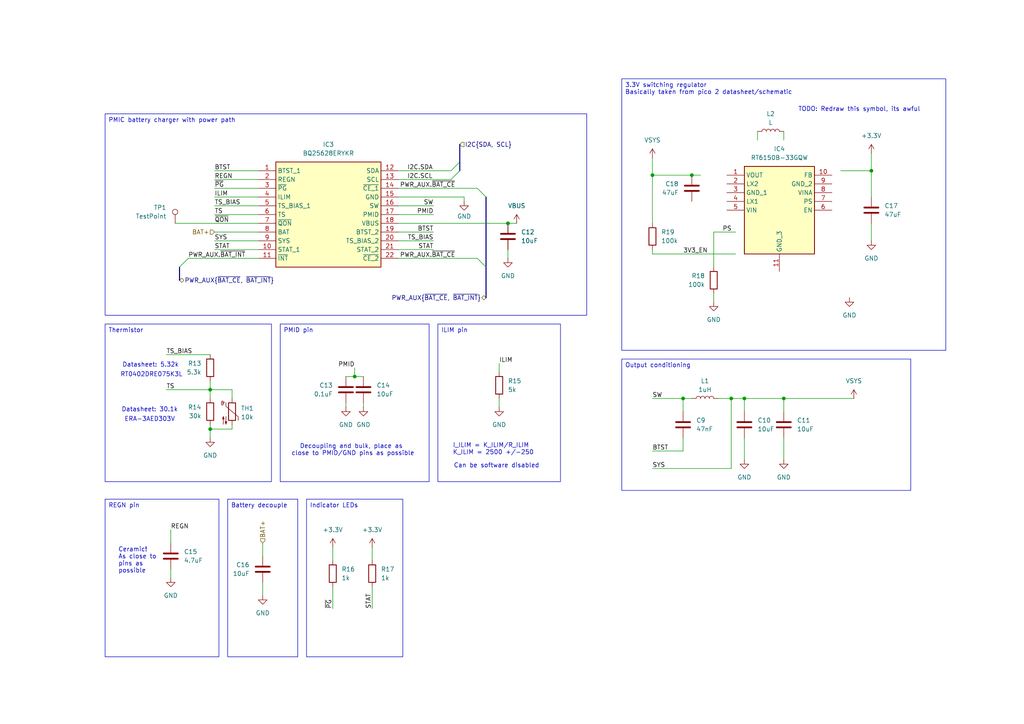
<source format=kicad_sch>
(kicad_sch (version 20231120) (generator "eeschema") (generator_version "8.0")
  (paper "A4")
  (lib_symbols
    (symbol "Connector:TestPoint" (pin_numbers hide) (pin_names (offset 0.762) hide)
      (property "Reference" "TP" (at 0 6.858 0))
      (property "Value" "TestPoint" (at 0 5.08 0))
      (symbol "TestPoint_0_1"
        (circle (center 0 3.302) (radius 0.762))
      )
      (symbol "TestPoint_1_1"
        (pin passive line (at 0 0 90) (length 2.54) (name "1") (number "1"))
      )
    )
    (symbol "Device:C" (pin_numbers hide) (pin_names (offset 0.254))
      (property "Reference" "C" (at 0.635 2.54 0))
      (property "Value" "C" (at 0.635 -2.54 0))
      (symbol "C_0_1"
        (polyline (pts (xy -2.032 -0.762) (xy 2.032 -0.762)) (stroke (width 0.508)))
        (polyline (pts (xy -2.032 0.762) (xy 2.032 0.762)) (stroke (width 0.508)))
      )
      (symbol "C_1_1"
        (pin passive line (at 0 3.81 270) (length 2.794) (name "~") (number "1"))
        (pin passive line (at 0 -3.81 90) (length 2.794) (name "~") (number "2"))
      )
    )
    (symbol "Device:L" (pin_numbers hide) (pin_names (offset 1.016) hide)
      (property "Reference" "L" (at -1.27 0 90))
      (property "Value" "L" (at 1.905 0 90))
      (symbol "L_0_1"
        (arc (start 0 -2.54) (mid 0.6323 -1.905) (end 0 -1.27))
        (arc (start 0 -1.27) (mid 0.6323 -0.635) (end 0 0))
        (arc (start 0 0) (mid 0.6323 0.635) (end 0 1.27))
        (arc (start 0 1.27) (mid 0.6323 1.905) (end 0 2.54))
      )
      (symbol "L_1_1"
        (pin passive line (at 0 3.81 270) (length 1.27) (name "1") (number "1"))
        (pin passive line (at 0 -3.81 90) (length 1.27) (name "2") (number "2"))
      )
    )
    (symbol "Device:R" (pin_numbers hide) (pin_names (offset 0))
      (property "Reference" "R" (at 2.032 0 90))
      (property "Value" "R" (at 0 0 90))
      (symbol "R_0_1"
        (rectangle (start -1.016 -2.54) (end 1.016 2.54) (stroke (width 0.254)))
      )
      (symbol "R_1_1"
        (pin passive line (at 0 3.81 270) (length 1.27) (name "~") (number "1"))
        (pin passive line (at 0 -3.81 90) (length 1.27) (name "~") (number "2"))
      )
    )
    (symbol "Device:Thermistor_NTC" (pin_numbers hide) (pin_names (offset 0))
      (property "Reference" "TH" (at -4.445 0 90))
      (property "Value" "Thermistor_NTC" (at 3.175 0 90))
      (symbol "Thermistor_NTC_0_1"
        (arc (start -3.048 2.159) (mid -3.0495 2.3143) (end -3.175 2.413))
        (arc (start -3.048 2.159) (mid -2.9736 1.9794) (end -2.794 1.905))
        (arc (start -3.048 2.794) (mid -2.9736 2.6144) (end -2.794 2.54))
        (arc (start -2.794 1.905) (mid -2.6144 1.9794) (end -2.54 2.159))
        (arc (start -2.794 2.54) (mid -2.4393 2.5587) (end -2.159 2.794))
        (arc (start -2.794 3.048) (mid -2.9736 2.9736) (end -3.048 2.794))
        (arc (start -2.54 2.794) (mid -2.6144 2.9736) (end -2.794 3.048))
        (rectangle (start -1.016 2.54) (end 1.016 -2.54) (stroke (width 0.254)))
        (polyline (pts (xy -2.54 2.159) (xy -2.54 2.794)))
        (polyline (pts (xy -1.778 2.54) (xy -1.778 1.524) (xy 1.778 -1.524) (xy 1.778 -2.54)))
        (polyline (pts (xy -2.54 -3.683) (xy -2.54 -1.397) (xy -2.794 -2.159) (xy -2.286 -2.159) (xy -2.54 -1.397) (xy -2.54 -1.651)) (fill (type outline)))
        (polyline (pts (xy -1.778 -1.397) (xy -1.778 -3.683) (xy -2.032 -2.921) (xy -1.524 -2.921) (xy -1.778 -3.683) (xy -1.778 -3.429)) (fill (type outline)))
      )
      (symbol "Thermistor_NTC_1_1"
        (pin passive line (at 0 3.81 270) (length 1.27) (name "~") (number "1"))
        (pin passive line (at 0 -3.81 90) (length 1.27) (name "~") (number "2"))
      )
    )
    (symbol "SamacSys_Parts:BQ25628ERYKR"
      (property "Reference" "IC" (at 36.83 7.62 0))
      (property "Value" "BQ25628ERYKR" (at 36.83 5.08 0))
      (symbol "BQ25628ERYKR_1_1"
        (rectangle (start 5.08 2.54) (end 35.56 -27.94) (stroke (width 0.254)) (fill (type background)))
        (pin passive line (at 0 0 0) (length 5.08) (name "BTST_1") (number "1"))
        (pin passive line (at 0 -22.86 0) (length 5.08) (name "STAT_1") (number "10"))
        (pin passive line (at 0 -25.4 0) (length 5.08) (name "~{INT}") (number "11"))
        (pin passive line (at 40.64 0 180) (length 5.08) (name "SDA") (number "12"))
        (pin passive line (at 40.64 -2.54 180) (length 5.08) (name "SCL") (number "13"))
        (pin passive line (at 40.64 -5.08 180) (length 5.08) (name "~{CE_1}") (number "14"))
        (pin passive line (at 40.64 -7.62 180) (length 5.08) (name "GND") (number "15"))
        (pin passive line (at 40.64 -10.16 180) (length 5.08) (name "SW") (number "16"))
        (pin passive line (at 40.64 -12.7 180) (length 5.08) (name "PMID") (number "17"))
        (pin passive line (at 40.64 -15.24 180) (length 5.08) (name "VBUS") (number "18"))
        (pin passive line (at 40.64 -17.78 180) (length 5.08) (name "BTST_2") (number "19"))
        (pin passive line (at 0 -2.54 0) (length 5.08) (name "REGN") (number "2"))
        (pin passive line (at 40.64 -20.32 180) (length 5.08) (name "TS_BIAS_2") (number "20"))
        (pin passive line (at 40.64 -22.86 180) (length 5.08) (name "STAT_2") (number "21"))
        (pin passive line (at 40.64 -25.4 180) (length 5.08) (name "~{CE_2}") (number "22"))
        (pin passive line (at 0 -5.08 0) (length 5.08) (name "~{PG}") (number "3"))
        (pin passive line (at 0 -7.62 0) (length 5.08) (name "ILIM") (number "4"))
        (pin passive line (at 0 -10.16 0) (length 5.08) (name "TS_BIAS_1") (number "5"))
        (pin passive line (at 0 -12.7 0) (length 5.08) (name "TS") (number "6"))
        (pin passive line (at 0 -15.24 0) (length 5.08) (name "~{QON}") (number "7"))
        (pin passive line (at 0 -17.78 0) (length 5.08) (name "BAT") (number "8"))
        (pin passive line (at 0 -20.32 0) (length 5.08) (name "SYS") (number "9"))
      )
    )
    (symbol "SamacSys_Parts:RT6150B-33GQW"
      (property "Reference" "IC" (at 26.67 7.62 0))
      (property "Value" "RT6150B-33GQW" (at 26.67 5.08 0))
      (symbol "RT6150B-33GQW_1_1"
        (rectangle (start 5.08 2.54) (end 25.4 -22.86) (stroke (width 0.254)) (fill (type background)))
        (pin passive line (at 0 0 0) (length 5.08) (name "VOUT") (number "1"))
        (pin passive line (at 30.48 0 180) (length 5.08) (name "FB") (number "10"))
        (pin passive line (at 15.24 -27.94 90) (length 5.08) (name "GND_3") (number "11"))
        (pin passive line (at 0 -2.54 0) (length 5.08) (name "LX2") (number "2"))
        (pin passive line (at 0 -5.08 0) (length 5.08) (name "GND_1") (number "3"))
        (pin passive line (at 0 -7.62 0) (length 5.08) (name "LX1") (number "4"))
        (pin passive line (at 0 -10.16 0) (length 5.08) (name "VIN") (number "5"))
        (pin passive line (at 30.48 -10.16 180) (length 5.08) (name "EN") (number "6"))
        (pin passive line (at 30.48 -7.62 180) (length 5.08) (name "PS") (number "7"))
        (pin passive line (at 30.48 -5.08 180) (length 5.08) (name "VINA") (number "8"))
        (pin passive line (at 30.48 -2.54 180) (length 5.08) (name "GND_2") (number "9"))
      )
    )
    (symbol "power:+3.3V" (power) (pin_numbers hide) (pin_names (offset 0) hide)
      (property "Value" "+3.3V" (at 0 3.556 0))
      (symbol "+3.3V_0_1"
        (polyline (pts (xy -0.762 1.27) (xy 0 2.54)))
        (polyline (pts (xy 0 0) (xy 0 2.54)))
        (polyline (pts (xy 0 2.54) (xy 0.762 1.27)))
      )
      (symbol "+3.3V_1_1"
        (pin power_in line (at 0 0 90) (length 0) (name "~") (number "1"))
      )
    )
    (symbol "power:GND" (power) (pin_numbers hide) (pin_names (offset 0) hide)
      (property "Value" "GND" (at 0 -3.81 0))
      (symbol "GND_0_1"
        (polyline (pts (xy 0 0) (xy 0 -1.27) (xy 1.27 -1.27) (xy 0 -2.54) (xy -1.27 -1.27) (xy 0 -1.27)))
      )
      (symbol "GND_1_1"
        (pin power_in line (at 0 0 270) (length 0) (name "~") (number "1"))
      )
    )
    (symbol "power:VBUS" (power) (pin_numbers hide) (pin_names (offset 0) hide)
      (property "Value" "VBUS" (at 0 3.556 0))
      (symbol "VBUS_0_1"
        (polyline (pts (xy -0.762 1.27) (xy 0 2.54)))
        (polyline (pts (xy 0 0) (xy 0 2.54)))
        (polyline (pts (xy 0 2.54) (xy 0.762 1.27)))
      )
      (symbol "VBUS_1_1"
        (pin power_in line (at 0 0 90) (length 0) (name "~") (number "1"))
      )
    )
  )
  (junction (at 212.09 115.57))
  (junction (at 252.73 49.53))
  (junction (at 147.32 64.77))
  (junction (at 60.96 124.46))
  (junction (at 227.33 115.57))
  (junction (at 102.87 109.22))
  (junction (at 189.23 50.8))
  (junction (at 200.66 50.8))
  (junction (at 60.96 113.03))
  (junction (at 198.12 115.57))
  (junction (at 215.9 115.57))
  (bus_entry (at 52.07 77.47) (size 2.54 -2.54))
  (bus_entry (at 130.81 52.07) (size 2.54 -2.54))
  (bus_entry (at 138.43 74.93) (size 2.54 2.54))
  (bus_entry (at 130.81 49.53) (size 2.54 -2.54))
  (bus_entry (at 138.43 54.61) (size 2.54 2.54))
  (bus (pts (xy 140.97 77.47) (xy 140.97 86.36)))
  (wire (pts (xy 60.96 110.49) (xy 60.96 113.03)))
  (wire (pts (xy 62.23 72.39) (xy 74.93 72.39)))
  (wire (pts (xy 115.57 52.07) (xy 130.81 52.07)))
  (wire (pts (xy 62.23 52.07) (xy 74.93 52.07)))
  (wire (pts (xy 67.31 124.46) (xy 60.96 124.46)))
  (wire (pts (xy 115.57 64.77) (xy 147.32 64.77)))
  (wire (pts (xy 189.23 50.8) (xy 200.66 50.8)))
  (wire (pts (xy 100.33 116.84) (xy 100.33 118.11)))
  (wire (pts (xy 215.9 127) (xy 215.9 133.35)))
  (wire (pts (xy 198.12 130.81) (xy 198.12 127)))
  (wire (pts (xy 212.09 115.57) (xy 215.9 115.57)))
  (wire (pts (xy 48.26 102.87) (xy 60.96 102.87)))
  (wire (pts (xy 100.33 109.22) (xy 102.87 109.22)))
  (wire (pts (xy 189.23 45.72) (xy 189.23 50.8)))
  (wire (pts (xy 115.57 49.53) (xy 130.81 49.53)))
  (wire (pts (xy 252.73 44.45) (xy 252.73 49.53)))
  (wire (pts (xy 49.53 153.67) (xy 49.53 157.48)))
  (wire (pts (xy 62.23 62.23) (xy 74.93 62.23)))
  (wire (pts (xy 49.53 165.1) (xy 49.53 167.64)))
  (wire (pts (xy 50.8 64.77) (xy 74.93 64.77)))
  (wire (pts (xy 144.78 105.41) (xy 144.78 107.95)))
  (wire (pts (xy 115.57 74.93) (xy 138.43 74.93)))
  (bus (pts (xy 52.07 77.47) (xy 52.07 81.28)))
  (wire (pts (xy 115.57 54.61) (xy 138.43 54.61)))
  (wire (pts (xy 252.73 64.77) (xy 252.73 69.85)))
  (wire (pts (xy 227.33 115.57) (xy 247.65 115.57)))
  (wire (pts (xy 144.78 115.57) (xy 144.78 118.11)))
  (wire (pts (xy 76.2 168.91) (xy 76.2 172.72)))
  (wire (pts (xy 105.41 116.84) (xy 105.41 118.11)))
  (wire (pts (xy 147.32 64.77) (xy 149.86 64.77)))
  (wire (pts (xy 208.28 115.57) (xy 212.09 115.57)))
  (wire (pts (xy 227.33 115.57) (xy 227.33 119.38)))
  (wire (pts (xy 198.12 115.57) (xy 200.66 115.57)))
  (wire (pts (xy 62.23 59.69) (xy 74.93 59.69)))
  (wire (pts (xy 115.57 67.31) (xy 125.73 67.31)))
  (wire (pts (xy 227.33 38.1) (xy 227.33 40.64)))
  (wire (pts (xy 48.26 113.03) (xy 60.96 113.03)))
  (wire (pts (xy 189.23 130.81) (xy 198.12 130.81)))
  (wire (pts (xy 60.96 124.46) (xy 60.96 127)))
  (wire (pts (xy 96.52 158.75) (xy 96.52 162.56)))
  (wire (pts (xy 215.9 115.57) (xy 215.9 119.38)))
  (wire (pts (xy 115.57 69.85) (xy 125.73 69.85)))
  (wire (pts (xy 189.23 73.66) (xy 213.36 73.66)))
  (wire (pts (xy 62.23 49.53) (xy 74.93 49.53)))
  (bus (pts (xy 133.35 49.53) (xy 133.35 46.99)))
  (wire (pts (xy 76.2 157.48) (xy 76.2 161.29)))
  (wire (pts (xy 200.66 50.8) (xy 203.2 50.8)))
  (wire (pts (xy 243.84 49.53) (xy 252.73 49.53)))
  (wire (pts (xy 198.12 115.57) (xy 198.12 119.38)))
  (wire (pts (xy 227.33 127) (xy 227.33 133.35)))
  (wire (pts (xy 215.9 115.57) (xy 227.33 115.57)))
  (wire (pts (xy 115.57 59.69) (xy 125.73 59.69)))
  (wire (pts (xy 102.87 109.22) (xy 105.41 109.22)))
  (wire (pts (xy 115.57 72.39) (xy 125.73 72.39)))
  (wire (pts (xy 115.57 62.23) (xy 125.73 62.23)))
  (wire (pts (xy 147.32 72.39) (xy 147.32 74.93)))
  (wire (pts (xy 207.01 67.31) (xy 213.36 67.31)))
  (wire (pts (xy 189.23 115.57) (xy 198.12 115.57)))
  (wire (pts (xy 107.95 170.18) (xy 107.95 176.53)))
  (bus (pts (xy 133.35 46.99) (xy 133.35 41.91)))
  (wire (pts (xy 62.23 54.61) (xy 74.93 54.61)))
  (wire (pts (xy 115.57 57.15) (xy 134.62 57.15)))
  (wire (pts (xy 60.96 113.03) (xy 60.96 115.57)))
  (wire (pts (xy 107.95 158.75) (xy 107.95 162.56)))
  (wire (pts (xy 134.62 57.15) (xy 134.62 58.42)))
  (wire (pts (xy 60.96 123.19) (xy 60.96 124.46)))
  (wire (pts (xy 207.01 77.47) (xy 207.01 67.31)))
  (wire (pts (xy 189.23 135.89) (xy 212.09 135.89)))
  (bus (pts (xy 140.97 57.15) (xy 140.97 77.47)))
  (wire (pts (xy 189.23 72.39) (xy 189.23 73.66)))
  (wire (pts (xy 62.23 57.15) (xy 74.93 57.15)))
  (wire (pts (xy 67.31 113.03) (xy 67.31 115.57)))
  (wire (pts (xy 96.52 170.18) (xy 96.52 176.53)))
  (wire (pts (xy 62.23 69.85) (xy 74.93 69.85)))
  (wire (pts (xy 60.96 113.03) (xy 67.31 113.03)))
  (wire (pts (xy 102.87 106.68) (xy 102.87 109.22)))
  (wire (pts (xy 62.23 67.31) (xy 74.93 67.31)))
  (wire (pts (xy 54.61 74.93) (xy 74.93 74.93)))
  (wire (pts (xy 252.73 57.15) (xy 252.73 49.53)))
  (wire (pts (xy 67.31 123.19) (xy 67.31 124.46)))
  (wire (pts (xy 212.09 135.89) (xy 212.09 115.57)))
  (wire (pts (xy 219.71 38.1) (xy 219.71 40.64)))
  (wire (pts (xy 189.23 50.8) (xy 189.23 64.77)))
  (wire (pts (xy 207.01 85.09) (xy 207.01 87.63)))
  (text_box "Output conditioning" (at 180.34 104.14 0) (size 83.82 38.1) (effects (font (size 1.27 1.27)) (justify left top)))
  (text_box "REGN pin" (at 30.48 144.78 0) (size 33.02 45.72) (effects (font (size 1.27 1.27)) (justify left top)))
  (text_box "PMIC battery charger with power path" (at 30.48 33.02 0) (size 139.7 58.42) (effects (font (size 1.27 1.27)) (justify left top)))
  (text_box "Battery decouple" (at 66.04 144.78 0) (size 20.32 45.72) (effects (font (size 1.27 1.27)) (justify left top)))
  (text_box "PMID pin" (at 81.28 93.98 0) (size 43.18 45.72) (effects (font (size 1.27 1.27)) (justify left top)))
  (text_box "3.3V switching regulator\nBasically taken from pico 2 datasheet/schematic" (at 180.34 22.86 0) (size 93.98 78.74) (effects (font (size 1.27 1.27)) (justify left top)))
  (text_box "ILIM pin" (at 127 93.98 0) (size 35.56 45.72) (effects (font (size 1.27 1.27)) (justify left top)))
  (text_box "Indicator LEDs" (at 88.9 144.78 0) (size 27.94 45.72) (effects (font (size 1.27 1.27)) (justify left top)))
  (text_box "Thermistor" (at 30.48 93.98 0) (size 48.26 45.72) (effects (font (size 1.27 1.27)) (justify left top)))
  (text "TODO: Redraw this symbol, its awful" (at 266.954 31.75 0) (effects (font (size 1.27 1.27)) (justify right)))
  (text "Datasheet: 30.1k" (at 43.434 118.872 0) (effects (font (size 1.27 1.27))))
  (text "ERA-3AED303V" (at 43.434 121.666 0) (effects (font (size 1.27 1.27))))
  (text "I_ILIM = K_ILIM/R_ILIM\nK_ILIM = 2500 +/-250 " (at 131.318 130.302 0) (effects (font (size 1.27 1.27)) (justify left)))
  (text "Datasheet: 5.32k" (at 43.688 105.918 0) (effects (font (size 1.27 1.27))))
  (text "Can be software disabled" (at 144.018 135.128 0) (effects (font (size 1.27 1.27))))
  (text "Ceramic!\nAs close to \npins as \npossible" (at 34.29 166.37 0) (effects (font (size 1.27 1.27)) (justify left bottom)))
  (text "RT0402DRE075K3L" (at 43.942 108.712 0) (effects (font (size 1.27 1.27))))
  (text "Decoupling and bulk, place as \nclose to PMID/GND pins as possible" (at 102.362 130.556 0) (effects (font (size 1.27 1.27))))
  (label "SYS" (at 189.23 135.89 0))
  (label "BTST" (at 62.23 49.53 0))
  (label "I2C.SDA" (at 118.11 49.53 0))
  (label "SW" (at 189.23 115.57 0))
  (label "ILIM" (at 62.23 57.15 0))
  (label "ILIM" (at 144.78 105.41 0))
  (label "BTST" (at 189.23 130.81 0))
  (label "3V3_EN" (at 198.12 73.66 0))
  (label "STAT" (at 107.95 176.53 90))
  (label "~{PG}" (at 96.52 176.53 90))
  (label "PMID" (at 102.87 106.68 180))
  (label "STAT" (at 62.23 72.39 0))
  (label "PS" (at 209.55 67.31 0))
  (label "PWR_AUX.~{BAT_INT}" (at 54.61 74.93 0))
  (label "~{QON}" (at 62.23 64.77 0))
  (label "TS_BIAS" (at 62.23 59.69 0))
  (label "TS_BIAS" (at 48.26 102.87 0))
  (label "PMID" (at 125.73 62.23 180))
  (label "SYS" (at 62.23 69.85 0))
  (label "PWR_AUX.~{BAT_CE}" (at 132.08 54.61 180))
  (label "~{PG}" (at 62.23 54.61 0))
  (label "REGN" (at 62.23 52.07 0))
  (label "REGN" (at 49.53 153.67 0))
  (label "TS" (at 62.23 62.23 0))
  (label "BTST" (at 125.73 67.31 180))
  (label "TS" (at 48.26 113.03 0))
  (label "STAT" (at 125.73 72.39 180))
  (label "I2C.SCL" (at 118.11 52.07 0))
  (label "PWR_AUX.~{BAT_CE}" (at 132.08 74.93 180))
  (label "SW" (at 125.73 59.69 180))
  (label "TS_BIAS" (at 125.73 69.85 180))
  (hierarchical_label "PWR_AUX{~{BAT_CE}, ~{BAT_INT}}" (shape bidirectional) (at 52.07 81.28 0))
  (hierarchical_label "I2C{SDA, SCL}" (shape input) (at 133.35 41.91 0))
  (hierarchical_label "BAT+" (shape input) (at 62.23 67.31 180))
  (hierarchical_label "BAT+" (shape input) (at 76.2 157.48 90))
  (hierarchical_label "PWR_AUX{~{BAT_CE}, ~{BAT_INT}}" (shape bidirectional) (at 140.97 86.36 180))
  (symbol (lib_id "Device:R") (at 60.96 119.38 0) (mirror y) (unit 1)
    (property "Reference" "R14" (at 58.42 118.1099 0) (effects (justify left)))
    (property "Value" "30k" (at 58.42 120.6499 0) (effects (justify left)))
    (property "Footprint" "Resistor_SMD:R_0603_1608Metric" (effects (hide yes)))
    (property "Description" "Resistor" (effects (hide yes)))
  )
  (symbol (lib_id "power:GND") (at 246.38 86.36 0) (unit 1)
    (property "Reference" "#PWR043" (effects (hide yes)))
    (property "Value" "GND" (at 246.38 91.44 0))
    (property "Description" "Power symbol creates a global label with name \"GND\" , ground" (effects (hide yes)))
  )
  (symbol (lib_id "Device:L") (at 223.52 38.1 90) (unit 1)
    (property "Reference" "L2" (at 223.52 33.02 90))
    (property "Value" "L" (at 223.52 35.56 90))
    (property "Description" "Inductor" (effects (hide yes)))
  )
  (symbol (lib_id "Device:C") (at 200.66 54.61 0) (mirror y) (unit 1)
    (property "Reference" "C18" (at 196.85 53.3399 0) (effects (justify left)))
    (property "Value" "47uF" (at 196.85 55.8799 0) (effects (justify left)))
    (property "Description" "Unpolarized capacitor" (effects (hide yes)))
    (property "Tolerance" "20%" (effects (hide yes)))
    (property "Material" "X5R" (effects (hide yes)))
  )
  (symbol (lib_id "Connector:TestPoint") (at 50.8 64.77 0) (unit 1)
    (property "Reference" "TP1" (at 48.26 60.1979 0) (effects (justify right)))
    (property "Value" "TestPoint" (at 48.26 62.7379 0) (effects (justify right)))
    (property "Description" "test point" (effects (hide yes)))
  )
  (symbol (lib_id "Device:C") (at 252.73 60.96 0) (unit 1)
    (property "Reference" "C17" (at 256.54 59.6899 0) (effects (justify left)))
    (property "Value" "47uF" (at 256.54 62.2299 0) (effects (justify left)))
    (property "Description" "Unpolarized capacitor" (effects (hide yes)))
    (property "Tolerance" "20%" (effects (hide yes)))
    (property "Material" "X5R" (effects (hide yes)))
  )
  (symbol (lib_id "Device:R") (at 107.95 166.37 0) (mirror y) (unit 1)
    (property "Reference" "R17" (at 110.49 165.0999 0) (effects (justify right)))
    (property "Value" "1k" (at 110.49 167.6399 0) (effects (justify right)))
    (property "Description" "Resistor" (effects (hide yes)))
  )
  (symbol (lib_id "Device:C") (at 49.53 161.29 0) (unit 1)
    (property "Reference" "C15" (at 53.34 160.02 0) (effects (justify left)))
    (property "Value" "4.7uF" (at 53.34 162.56 0) (effects (justify left)))
    (property "Footprint" "Capacitor_SMD:C_0603_1608Metric" (effects (hide yes)))
  )
  (symbol (lib_id "SamacSys_Parts:RT6150B-33GQW") (at 210.82 50.8 0) (unit 1)
    (property "Reference" "IC4" (at 226.06 43.18 0))
    (property "Value" "RT6150B-33GQW" (at 226.06 45.72 0))
    (property "Footprint" "SON50P250X250X80-11N-D" (effects (hide yes)))
    (property "Datasheet" "https://datasheet.octopart.com/RT6150B-33GQW-Richtek-datasheet-82510503.pdf" (effects (hide yes)))
    (property "Description" "IC REG BCK BST 3.3V 800MA 10WDFN" (effects (hide yes)))
    (property "Height" "0.8" (effects (hide yes)))
    (property "Mouser Part Number" "835-RT6150B-33GQW" (effects (hide yes)))
    (property "Mouser Price/Stock" "https://www.mouser.co.uk/ProductDetail/Richtek/RT6150B-33GQW?qs=amGC7iS6iy8r3kS79wnzgg%3D%3D" (effects (hide yes)))
    (property "Manufacturer_Name" "RICHTEK" (effects (hide yes)))
    (property "Manufacturer_Part_Number" "RT6150B-33GQW" (effects (hide yes)))
  )
  (symbol (lib_id "SamacSys_Parts:BQ25628ERYKR") (at 74.93 49.53 0) (unit 1)
    (property "Reference" "IC3" (at 95.25 41.91 0))
    (property "Value" "BQ25628ERYKR" (at 95.25 44.45 0))
    (property "Footprint" "BQ25628ERYKR" (effects (hide yes)))
    (property "Datasheet" "https://www.ti.com/lit/gpn/bq25628e" (effects (hide yes)))
    (property "Description" "Battery Management IC controlled single-cell 2-A buck battery charger with up to 18-V input and ADC" (effects (hide yes)))
    (property "Height" "0.8" (effects (hide yes)))
    (property "Mouser Part Number" "595-BQ25628ERYKR" (effects (hide yes)))
    (property "Mouser Price/Stock" "https://www.mouser.co.uk/ProductDetail/Texas-Instruments/BQ25628ERYKR?qs=1Kr7Jg1SGW98W%252BeGFQ305w%3D%3D" (effects (hide yes)))
    (property "Manufacturer_Name" "Texas Instruments" (effects (hide yes)))
    (property "Manufacturer_Part_Number" "BQ25628ERYKR" (effects (hide yes)))
  )
  (symbol (lib_id "power:GND") (at 76.2 172.72 0) (unit 1)
    (property "Reference" "#PWR039" (effects (hide yes)))
    (property "Value" "GND" (at 76.2 177.8 0))
  )
  (symbol (lib_id "power:+3.3V") (at 252.73 44.45 0) (unit 1)
    (property "Reference" "#PWR042" (effects (hide yes)))
    (property "Value" "+3.3V" (at 252.73 39.37 0))
    (property "Description" "Power symbol creates a global label with name \"+3.3V\"" (effects (hide yes)))
  )
  (symbol (lib_id "Device:R") (at 60.96 106.68 0) (mirror y) (unit 1)
    (property "Reference" "R13" (at 58.42 105.4099 0) (effects (justify left)))
    (property "Value" "5.3k" (at 58.42 107.9499 0) (effects (justify left)))
    (property "Footprint" "Resistor_SMD:R_0402_1005Metric" (effects (hide yes)))
    (property "Description" "Resistor" (effects (hide yes)))
  )
  (symbol (lib_id "power:GND") (at 60.96 127 0) (unit 1)
    (property "Reference" "#PWR030" (effects (hide yes)))
    (property "Value" "GND" (at 60.96 132.08 0))
  )
  (symbol (lib_id "Device:Thermistor_NTC") (at 67.31 119.38 0) (unit 1)
    (property "Reference" "TH1" (at 69.85 118.4274 0) (effects (justify left)))
    (property "Value" "10k" (at 69.85 120.9674 0) (effects (justify left)))
    (property "Footprint" "Resistor_SMD:R_0402_1005Metric" (effects (hide yes)))
    (property "Description" "Temperature dependent resistor, negative temperature coefficient" (effects (hide yes)))
  )
  (symbol (lib_id "Device:R") (at 144.78 111.76 0) (unit 1)
    (property "Reference" "R15" (at 147.32 110.4899 0) (effects (justify left)))
    (property "Value" "5k" (at 147.32 113.0299 0) (effects (justify left)))
    (property "Footprint" "Resistor_SMD:R_0402_1005Metric" (effects (hide yes)))
  )
  (symbol (lib_id "power:GND") (at 252.73 69.85 0) (unit 1)
    (property "Reference" "#PWR046" (effects (hide yes)))
    (property "Value" "GND" (at 252.73 74.93 0))
    (property "Description" "Power symbol creates a global label with name \"GND\" , ground" (effects (hide yes)))
  )
  (symbol (lib_id "power:GND") (at 227.33 133.35 0) (unit 1)
    (property "Reference" "#PWR032" (effects (hide yes)))
    (property "Value" "GND" (at 227.33 138.43 0))
  )
  (symbol (lib_id "Device:R") (at 207.01 81.28 0) (unit 1)
    (property "Reference" "R18" (at 204.47 80.0099 0) (effects (justify right)))
    (property "Value" "100k" (at 204.47 82.5499 0) (effects (justify right)))
    (property "Description" "Resistor" (effects (hide yes)))
  )
  (symbol (lib_id "Device:C") (at 76.2 165.1 0) (unit 1)
    (property "Reference" "C16" (at 72.39 163.8299 0) (effects (justify right)))
    (property "Value" "10uF" (at 72.39 166.3699 0) (effects (justify right)))
    (property "Footprint" "Capacitor_SMD:C_0603_1608Metric" (effects (hide yes)))
    (property "Description" "Unpolarized capacitor" (effects (hide yes)))
  )
  (symbol (lib_id "power:GND") (at 49.53 167.64 0) (unit 1)
    (property "Reference" "#PWR038" (effects (hide yes)))
    (property "Value" "GND" (at 49.53 172.72 0))
  )
  (symbol (lib_id "power:GND") (at 207.01 87.63 0) (unit 1)
    (property "Reference" "#PWR044" (effects (hide yes)))
    (property "Value" "GND" (at 207.01 92.71 0))
    (property "Description" "Power symbol creates a global label with name \"GND\" , ground" (effects (hide yes)))
  )
  (symbol (lib_id "Device:C") (at 100.33 113.03 0) (unit 1)
    (property "Reference" "C13" (at 96.52 111.7599 0) (effects (justify right)))
    (property "Value" "0.1uF" (at 96.52 114.2999 0) (effects (justify right)))
    (property "Footprint" "Capacitor_SMD:C_0402_1005Metric" (effects (hide yes)))
    (property "Description" "Unpolarized capacitor" (effects (hide yes)))
  )
  (symbol (lib_id "Device:C") (at 105.41 113.03 0) (unit 1)
    (property "Reference" "C14" (at 109.22 111.76 0) (effects (justify left)))
    (property "Value" "10uF" (at 109.22 114.3 0) (effects (justify left)))
    (property "Footprint" "Capacitor_SMD:C_0603_1608Metric" (effects (hide yes)))
  )
  (symbol (lib_id "power:GND") (at 144.78 118.11 0) (unit 1)
    (property "Reference" "#PWR037" (effects (hide yes)))
    (property "Value" "GND" (at 144.78 123.19 0))
  )
  (symbol (lib_id "power:+3.3V") (at 96.52 158.75 0) (unit 1)
    (property "Reference" "#PWR040" (effects (hide yes)))
    (property "Value" "+3.3V" (at 96.52 153.67 0))
    (property "Description" "Power symbol creates a global label with name \"+3.3V\"" (effects (hide yes)))
  )
  (symbol (lib_id "Device:C") (at 227.33 123.19 0) (unit 1)
    (property "Reference" "C11" (at 231.14 121.9199 0) (effects (justify left)))
    (property "Value" "10uF" (at 231.14 124.4599 0) (effects (justify left)))
    (property "Footprint" "Capacitor_SMD:C_0603_1608Metric" (effects (hide yes)))
    (property "Description" "Unpolarized capacitor" (effects (hide yes)))
  )
  (symbol (lib_id "Device:L") (at 204.47 115.57 90) (unit 1)
    (property "Reference" "L1" (at 204.47 110.49 90))
    (property "Value" "1uH" (at 204.47 113.03 90))
    (property "Footprint" "Inductor_SMD:L_0603_1608Metric" (effects (hide yes)))
  )
  (symbol (lib_id "Device:C") (at 147.32 68.58 0) (unit 1)
    (property "Reference" "C12" (at 151.13 67.3099 0) (effects (justify left)))
    (property "Value" "10uF" (at 151.13 69.8499 0) (effects (justify left)))
    (property "Footprint" "Capacitor_SMD:C_0603_1608Metric" (effects (hide yes)))
  )
  (symbol (lib_id "Device:R") (at 96.52 166.37 0) (mirror y) (unit 1)
    (property "Reference" "R16" (at 99.06 165.0999 0) (effects (justify right)))
    (property "Value" "1k" (at 99.06 167.6399 0) (effects (justify right)))
    (property "Description" "Resistor" (effects (hide yes)))
  )
  (symbol (lib_id "power:GND") (at 100.33 118.11 0) (unit 1)
    (property "Reference" "#PWR035" (effects (hide yes)))
    (property "Value" "GND" (at 100.33 123.19 0))
  )
  (symbol (lib_id "power:GND") (at 215.9 133.35 0) (unit 1)
    (property "Reference" "#PWR031" (effects (hide yes)))
    (property "Value" "GND" (at 215.9 138.43 0))
  )
  (symbol (lib_id "power:GND") (at 134.62 58.42 0) (unit 1)
    (property "Reference" "#PWR028" (effects (hide yes)))
    (property "Value" "GND" (at 134.62 62.738 0))
    (property "Description" "Power symbol creates a global label with name \"GND\" , ground" (effects (hide yes)))
  )
  (symbol (lib_id "power:VBUS") (at 149.86 64.77 0) (unit 1)
    (property "Reference" "#PWR029" (effects (hide yes)))
    (property "Value" "VBUS" (at 149.86 59.69 0))
    (property "Description" "Power symbol creates a global label with name \"VBUS\"" (effects (hide yes)))
  )
  (symbol (lib_id "Device:C") (at 215.9 123.19 0) (unit 1)
    (property "Reference" "C10" (at 219.71 121.9199 0) (effects (justify left)))
    (property "Value" "10uF" (at 219.71 124.4599 0) (effects (justify left)))
    (property "Footprint" "Capacitor_SMD:C_0603_1608Metric" (effects (hide yes)))
    (property "Description" "Unpolarized capacitor" (effects (hide yes)))
  )
  (symbol (lib_id "Device:R") (at 189.23 68.58 0) (mirror y) (unit 1)
    (property "Reference" "R19" (at 191.77 67.3099 0) (effects (justify right)))
    (property "Value" "100k" (at 191.77 69.8499 0) (effects (justify right)))
    (property "Description" "Resistor" (effects (hide yes)))
  )
  (symbol (lib_id "power:GND") (at 147.32 74.93 0) (unit 1)
    (property "Reference" "#PWR034" (effects (hide yes)))
    (property "Value" "GND" (at 147.32 80.01 0))
  )
  (symbol (lib_id "power:GND") (at 105.41 118.11 0) (unit 1)
    (property "Reference" "#PWR036" (effects (hide yes)))
    (property "Value" "GND" (at 105.41 123.19 0))
  )
  (symbol (lib_id "power:+3.3V") (at 107.95 158.75 0) (unit 1)
    (property "Reference" "#PWR041" (effects (hide yes)))
    (property "Value" "+3.3V" (at 107.95 153.67 0))
    (property "Description" "Power symbol creates a global label with name \"+3.3V\"" (effects (hide yes)))
  )
  (symbol (lib_id "power:VBUS") (at 189.23 45.72 0) (unit 1)
    (property "Reference" "#PWR045" (effects (hide yes)))
    (property "Value" "VSYS" (at 189.23 40.64 0))
    (property "Description" "Power symbol creates a global label with name \"VBUS\"" (effects (hide yes)))
  )
  (symbol (lib_id "Device:C") (at 198.12 123.19 0) (unit 1)
    (property "Reference" "C9" (at 201.93 121.92 0) (effects (justify left)))
    (property "Value" "47nF" (at 201.93 124.46 0) (effects (justify left)))
    (property "Footprint" "Capacitor_SMD:C_0603_1608Metric" (effects (hide yes)))
  )
  (symbol (lib_id "power:VBUS") (at 247.65 115.57 0) (unit 1)
    (property "Reference" "#PWR033" (effects (hide yes)))
    (property "Value" "VSYS" (at 247.65 110.49 0))
    (property "Description" "Power symbol creates a global label with name \"VBUS\"" (effects (hide yes)))
  )
)
</source>
